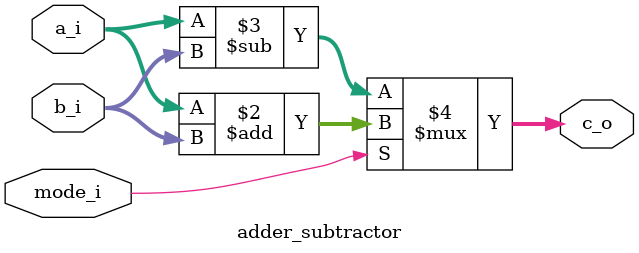
<source format=sv>
module adder_subtractor 
    #( parameter SIZE = 4
    ) 
    (
        input   logic                       mode_i,
        input   logic signed [SIZE-1:0]     a_i, 
        input   logic signed [SIZE-1:0]     b_i, 
        output  logic signed [SIZE:0]       c_o
    );

    assign c_o = (mode_i == 1) ? ( a_i + b_i ) : (a_i - b_i);

endmodule
</source>
